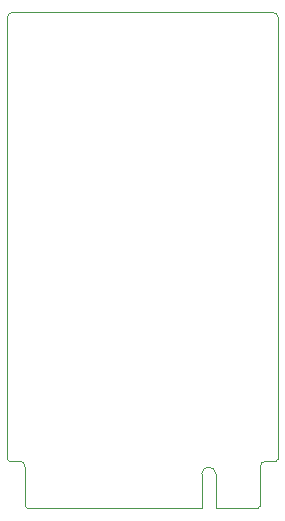
<source format=gbr>
%TF.GenerationSoftware,KiCad,Pcbnew,9.0.0*%
%TF.CreationDate,2025-02-28T21:47:31+01:00*%
%TF.ProjectId,ESP32S3_M.2_Board,45535033-3253-4335-9f4d-2e325f426f61,rev?*%
%TF.SameCoordinates,Original*%
%TF.FileFunction,Profile,NP*%
%FSLAX46Y46*%
G04 Gerber Fmt 4.6, Leading zero omitted, Abs format (unit mm)*
G04 Created by KiCad (PCBNEW 9.0.0) date 2025-02-28 21:47:31*
%MOMM*%
%LPD*%
G01*
G04 APERTURE LIST*
%TA.AperFunction,Profile*%
%ADD10C,0.050000*%
%TD*%
G04 APERTURE END LIST*
D10*
%TO.C,J2*%
X217425000Y-91600000D02*
X217425000Y-128900000D01*
X217625000Y-129100000D02*
X218450000Y-129100000D01*
X218950000Y-129600000D02*
X218950000Y-132900000D01*
X219150000Y-133100000D02*
X233900000Y-133100000D01*
X233900000Y-130200000D02*
X233900000Y-133100000D01*
X235100000Y-130200000D02*
X235100000Y-133100000D01*
X235100000Y-133100000D02*
X238650000Y-133100000D01*
X238850000Y-132900000D02*
X238850000Y-129600000D01*
X239350000Y-129100000D02*
X240200000Y-129100000D01*
X239900000Y-91100000D02*
X217925000Y-91100000D01*
X240400000Y-128900000D02*
X240400000Y-91600000D01*
X217425000Y-91600000D02*
G75*
G02*
X217925000Y-91100000I500001J-1D01*
G01*
X217625000Y-129100000D02*
G75*
G02*
X217425000Y-128900000I1J200001D01*
G01*
X218450000Y-129100000D02*
G75*
G02*
X218950000Y-129600000I-1J-500001D01*
G01*
X219150000Y-133100000D02*
G75*
G02*
X218950000Y-132900000I1J200001D01*
G01*
X233900000Y-130200000D02*
G75*
G02*
X234500000Y-129600000I600000J0D01*
G01*
X234500000Y-129600000D02*
G75*
G02*
X235100000Y-130200000I0J-600000D01*
G01*
X238850000Y-129600000D02*
G75*
G02*
X239350000Y-129100000I500000J0D01*
G01*
X238850000Y-132900000D02*
G75*
G02*
X238650000Y-133100000I-200000J0D01*
G01*
X239900000Y-91100000D02*
G75*
G02*
X240400000Y-91600000I0J-500000D01*
G01*
X240400000Y-128900000D02*
G75*
G02*
X240200000Y-129100000I-200000J0D01*
G01*
%TD*%
M02*

</source>
